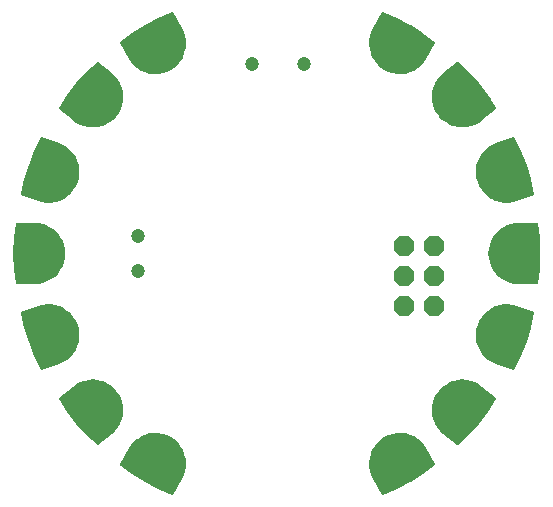
<source format=gbr>
G04 EAGLE Gerber RS-274X export*
G75*
%MOMM*%
%FSLAX34Y34*%
%LPD*%
%INSoldermask Bottom*%
%IPPOS*%
%AMOC8*
5,1,8,0,0,1.08239X$1,22.5*%
G01*
%ADD10C,1.203200*%
%ADD11C,2.743200*%
%ADD12P,1.869504X8X112.500000*%

G36*
X199436Y-98791D02*
X199436Y-98791D01*
X199460Y-98793D01*
X199545Y-98770D01*
X199632Y-98754D01*
X199653Y-98742D01*
X199677Y-98735D01*
X199749Y-98684D01*
X199825Y-98639D01*
X199840Y-98620D01*
X199860Y-98606D01*
X199944Y-98489D01*
X199965Y-98464D01*
X199966Y-98459D01*
X199970Y-98454D01*
X205862Y-87135D01*
X205870Y-87112D01*
X205886Y-87085D01*
X210769Y-75296D01*
X210774Y-75272D01*
X210788Y-75244D01*
X214625Y-63074D01*
X214628Y-63049D01*
X214639Y-63020D01*
X217401Y-50562D01*
X217402Y-50538D01*
X217410Y-50514D01*
X217407Y-50426D01*
X217410Y-50338D01*
X217403Y-50315D01*
X217402Y-50290D01*
X217368Y-50208D01*
X217341Y-50125D01*
X217326Y-50105D01*
X217316Y-50083D01*
X217256Y-50018D01*
X217201Y-49949D01*
X217180Y-49936D01*
X217164Y-49918D01*
X217037Y-49850D01*
X217009Y-49833D01*
X217004Y-49832D01*
X216999Y-49829D01*
X202678Y-44616D01*
X202658Y-44613D01*
X202635Y-44602D01*
X199150Y-43609D01*
X199112Y-43605D01*
X199061Y-43590D01*
X195470Y-43103D01*
X195432Y-43105D01*
X195380Y-43097D01*
X191756Y-43126D01*
X191718Y-43133D01*
X191666Y-43133D01*
X188083Y-43678D01*
X188047Y-43690D01*
X187994Y-43698D01*
X184525Y-44746D01*
X184491Y-44763D01*
X184441Y-44778D01*
X181156Y-46310D01*
X181125Y-46332D01*
X181077Y-46354D01*
X178044Y-48337D01*
X178017Y-48364D01*
X177972Y-48392D01*
X175252Y-50787D01*
X175229Y-50817D01*
X175189Y-50852D01*
X172837Y-53609D01*
X172818Y-53642D01*
X172784Y-53682D01*
X170849Y-56746D01*
X170834Y-56782D01*
X170806Y-56826D01*
X169327Y-60134D01*
X169318Y-60171D01*
X169296Y-60219D01*
X168302Y-63705D01*
X168299Y-63743D01*
X168284Y-63793D01*
X167797Y-67384D01*
X167798Y-67422D01*
X167791Y-67475D01*
X167820Y-71099D01*
X167827Y-71136D01*
X167827Y-71189D01*
X168371Y-74772D01*
X168382Y-74804D01*
X168383Y-74824D01*
X168387Y-74836D01*
X168391Y-74860D01*
X169439Y-78329D01*
X169457Y-78363D01*
X169472Y-78414D01*
X171003Y-81698D01*
X171025Y-81729D01*
X171047Y-81777D01*
X173031Y-84810D01*
X173057Y-84838D01*
X173085Y-84882D01*
X175480Y-87602D01*
X175510Y-87626D01*
X175545Y-87666D01*
X178302Y-90017D01*
X178335Y-90036D01*
X178375Y-90071D01*
X181440Y-92006D01*
X181475Y-92020D01*
X181519Y-92048D01*
X184828Y-93528D01*
X184847Y-93533D01*
X184870Y-93545D01*
X199191Y-98757D01*
X199215Y-98761D01*
X199237Y-98772D01*
X199324Y-98780D01*
X199412Y-98795D01*
X199436Y-98791D01*
G37*
G36*
X-191756Y43126D02*
X-191756Y43126D01*
X-191718Y43133D01*
X-191666Y43133D01*
X-188083Y43678D01*
X-188047Y43690D01*
X-187994Y43698D01*
X-184525Y44746D01*
X-184491Y44763D01*
X-184441Y44778D01*
X-181156Y46310D01*
X-181125Y46332D01*
X-181077Y46354D01*
X-178044Y48337D01*
X-178017Y48364D01*
X-177972Y48392D01*
X-175252Y50787D01*
X-175229Y50817D01*
X-175189Y50852D01*
X-172837Y53609D01*
X-172818Y53642D01*
X-172784Y53682D01*
X-170849Y56746D01*
X-170834Y56782D01*
X-170806Y56826D01*
X-169327Y60134D01*
X-169318Y60171D01*
X-169296Y60219D01*
X-168302Y63705D01*
X-168299Y63743D01*
X-168284Y63793D01*
X-167797Y67384D01*
X-167798Y67422D01*
X-167791Y67475D01*
X-167820Y71099D01*
X-167827Y71136D01*
X-167827Y71189D01*
X-168371Y74772D01*
X-168383Y74808D01*
X-168391Y74860D01*
X-169439Y78329D01*
X-169457Y78363D01*
X-169472Y78414D01*
X-171003Y81698D01*
X-171025Y81729D01*
X-171047Y81777D01*
X-173031Y84810D01*
X-173057Y84838D01*
X-173085Y84882D01*
X-175480Y87602D01*
X-175510Y87626D01*
X-175545Y87666D01*
X-178302Y90017D01*
X-178335Y90036D01*
X-178375Y90071D01*
X-181440Y92006D01*
X-181475Y92020D01*
X-181519Y92048D01*
X-184828Y93528D01*
X-184847Y93533D01*
X-184870Y93545D01*
X-199191Y98757D01*
X-199215Y98761D01*
X-199237Y98772D01*
X-199324Y98780D01*
X-199412Y98795D01*
X-199436Y98791D01*
X-199460Y98793D01*
X-199545Y98770D01*
X-199632Y98754D01*
X-199653Y98742D01*
X-199677Y98735D01*
X-199749Y98684D01*
X-199825Y98639D01*
X-199840Y98620D01*
X-199860Y98606D01*
X-199944Y98489D01*
X-199965Y98464D01*
X-199966Y98459D01*
X-199970Y98454D01*
X-205862Y87135D01*
X-205870Y87112D01*
X-205886Y87085D01*
X-210769Y75296D01*
X-210774Y75272D01*
X-210788Y75244D01*
X-214625Y63074D01*
X-214628Y63049D01*
X-214639Y63020D01*
X-217401Y50562D01*
X-217402Y50538D01*
X-217410Y50514D01*
X-217407Y50426D01*
X-217410Y50338D01*
X-217403Y50315D01*
X-217402Y50290D01*
X-217368Y50208D01*
X-217341Y50125D01*
X-217326Y50105D01*
X-217316Y50083D01*
X-217256Y50018D01*
X-217201Y49949D01*
X-217180Y49936D01*
X-217164Y49918D01*
X-217037Y49850D01*
X-217009Y49833D01*
X-217004Y49832D01*
X-216999Y49829D01*
X-202678Y44616D01*
X-202658Y44613D01*
X-202635Y44602D01*
X-199150Y43609D01*
X-199112Y43605D01*
X-199061Y43590D01*
X-195470Y43103D01*
X-195432Y43105D01*
X-195380Y43097D01*
X-191756Y43126D01*
G37*
G36*
X-199399Y-98791D02*
X-199399Y-98791D01*
X-199374Y-98795D01*
X-199233Y-98766D01*
X-199201Y-98761D01*
X-199197Y-98758D01*
X-199191Y-98757D01*
X-184870Y-93545D01*
X-184852Y-93535D01*
X-184828Y-93528D01*
X-181519Y-92048D01*
X-181488Y-92027D01*
X-181440Y-92006D01*
X-178375Y-90071D01*
X-178347Y-90045D01*
X-178302Y-90017D01*
X-175545Y-87666D01*
X-175521Y-87636D01*
X-175480Y-87602D01*
X-173085Y-84882D01*
X-173066Y-84850D01*
X-173031Y-84810D01*
X-171047Y-81777D01*
X-171032Y-81742D01*
X-171003Y-81698D01*
X-169472Y-78414D01*
X-169462Y-78377D01*
X-169439Y-78329D01*
X-168391Y-74860D01*
X-168386Y-74822D01*
X-168371Y-74772D01*
X-167827Y-71189D01*
X-167828Y-71151D01*
X-167820Y-71099D01*
X-167791Y-67475D01*
X-167797Y-67437D01*
X-167797Y-67384D01*
X-168284Y-63793D01*
X-168287Y-63783D01*
X-168287Y-63781D01*
X-168290Y-63774D01*
X-168296Y-63757D01*
X-168302Y-63705D01*
X-169296Y-60219D01*
X-169312Y-60185D01*
X-169327Y-60134D01*
X-170806Y-56826D01*
X-170827Y-56794D01*
X-170849Y-56746D01*
X-172784Y-53682D01*
X-172809Y-53654D01*
X-172837Y-53609D01*
X-175189Y-50852D01*
X-175218Y-50827D01*
X-175252Y-50787D01*
X-177972Y-48392D01*
X-178005Y-48372D01*
X-178044Y-48337D01*
X-181077Y-46354D01*
X-181113Y-46339D01*
X-181156Y-46310D01*
X-184441Y-44778D01*
X-184478Y-44769D01*
X-184525Y-44746D01*
X-186075Y-44278D01*
X-187994Y-43698D01*
X-188032Y-43693D01*
X-188083Y-43678D01*
X-191666Y-43133D01*
X-191704Y-43134D01*
X-191756Y-43126D01*
X-195380Y-43097D01*
X-195417Y-43104D01*
X-195470Y-43103D01*
X-199061Y-43590D01*
X-199098Y-43602D01*
X-199150Y-43609D01*
X-202635Y-44602D01*
X-202653Y-44611D01*
X-202678Y-44616D01*
X-216999Y-49829D01*
X-217020Y-49841D01*
X-217044Y-49847D01*
X-217116Y-49897D01*
X-217193Y-49942D01*
X-217209Y-49960D01*
X-217229Y-49974D01*
X-217279Y-50047D01*
X-217335Y-50115D01*
X-217343Y-50138D01*
X-217358Y-50158D01*
X-217380Y-50244D01*
X-217409Y-50327D01*
X-217408Y-50351D01*
X-217414Y-50375D01*
X-217404Y-50519D01*
X-217404Y-50551D01*
X-217402Y-50556D01*
X-217401Y-50562D01*
X-214639Y-63020D01*
X-214630Y-63043D01*
X-214625Y-63074D01*
X-210788Y-75244D01*
X-210777Y-75265D01*
X-210769Y-75296D01*
X-205886Y-87085D01*
X-205872Y-87106D01*
X-205862Y-87135D01*
X-199970Y-98454D01*
X-199955Y-98473D01*
X-199946Y-98496D01*
X-199887Y-98562D01*
X-199833Y-98632D01*
X-199812Y-98644D01*
X-199796Y-98663D01*
X-199717Y-98704D01*
X-199643Y-98750D01*
X-199619Y-98755D01*
X-199597Y-98766D01*
X-199509Y-98778D01*
X-199423Y-98795D01*
X-199399Y-98791D01*
G37*
G36*
X195417Y43104D02*
X195417Y43104D01*
X195470Y43103D01*
X199061Y43590D01*
X199098Y43602D01*
X199150Y43609D01*
X202635Y44602D01*
X202653Y44611D01*
X202678Y44616D01*
X216999Y49829D01*
X217020Y49841D01*
X217044Y49847D01*
X217116Y49897D01*
X217193Y49942D01*
X217209Y49960D01*
X217229Y49974D01*
X217279Y50047D01*
X217335Y50115D01*
X217343Y50138D01*
X217358Y50158D01*
X217380Y50244D01*
X217409Y50327D01*
X217408Y50351D01*
X217414Y50375D01*
X217404Y50519D01*
X217404Y50551D01*
X217402Y50556D01*
X217401Y50562D01*
X214639Y63020D01*
X214630Y63043D01*
X214625Y63074D01*
X210788Y75244D01*
X210777Y75265D01*
X210769Y75296D01*
X205886Y87085D01*
X205872Y87106D01*
X205862Y87135D01*
X199970Y98454D01*
X199955Y98473D01*
X199946Y98496D01*
X199887Y98562D01*
X199833Y98632D01*
X199812Y98644D01*
X199796Y98663D01*
X199717Y98704D01*
X199643Y98750D01*
X199619Y98755D01*
X199597Y98766D01*
X199509Y98778D01*
X199423Y98795D01*
X199399Y98791D01*
X199374Y98795D01*
X199233Y98766D01*
X199201Y98761D01*
X199197Y98758D01*
X199191Y98757D01*
X184870Y93545D01*
X184852Y93535D01*
X184828Y93528D01*
X181519Y92048D01*
X181488Y92027D01*
X181440Y92006D01*
X178375Y90071D01*
X178347Y90045D01*
X178302Y90017D01*
X175545Y87666D01*
X175521Y87636D01*
X175480Y87602D01*
X173085Y84882D01*
X173066Y84850D01*
X173031Y84810D01*
X171047Y81777D01*
X171032Y81742D01*
X171003Y81698D01*
X169472Y78414D01*
X169462Y78377D01*
X169439Y78329D01*
X168391Y74860D01*
X168386Y74822D01*
X168371Y74772D01*
X167827Y71189D01*
X167828Y71151D01*
X167820Y71099D01*
X167791Y67475D01*
X167797Y67437D01*
X167797Y67384D01*
X168284Y63793D01*
X168296Y63757D01*
X168302Y63705D01*
X169296Y60219D01*
X169312Y60185D01*
X169327Y60134D01*
X170806Y56826D01*
X170827Y56794D01*
X170849Y56746D01*
X172784Y53682D01*
X172809Y53654D01*
X172837Y53609D01*
X175189Y50852D01*
X175218Y50827D01*
X175252Y50787D01*
X177972Y48392D01*
X178005Y48372D01*
X178044Y48337D01*
X181077Y46354D01*
X181113Y46339D01*
X181156Y46310D01*
X184441Y44778D01*
X184478Y44769D01*
X184525Y44746D01*
X185691Y44394D01*
X187790Y43759D01*
X187994Y43698D01*
X188032Y43693D01*
X188083Y43678D01*
X191666Y43133D01*
X191704Y43134D01*
X191756Y43126D01*
X195380Y43097D01*
X195417Y43104D01*
G37*
G36*
X-156264Y106689D02*
X-156264Y106689D01*
X-156212Y106686D01*
X-152602Y107002D01*
X-152565Y107012D01*
X-152512Y107016D01*
X-148984Y107842D01*
X-148949Y107857D01*
X-148897Y107869D01*
X-145522Y109189D01*
X-145490Y109209D01*
X-145441Y109228D01*
X-142288Y111015D01*
X-142258Y111040D01*
X-142212Y111065D01*
X-139346Y113283D01*
X-139321Y113311D01*
X-139279Y113343D01*
X-136757Y115946D01*
X-136736Y115978D01*
X-136699Y116016D01*
X-134573Y118951D01*
X-134557Y118985D01*
X-134526Y119028D01*
X-132840Y122236D01*
X-132828Y122272D01*
X-132803Y122319D01*
X-131591Y125734D01*
X-131585Y125771D01*
X-131567Y125821D01*
X-130853Y129374D01*
X-130852Y129406D01*
X-130846Y129423D01*
X-130847Y129437D01*
X-130841Y129464D01*
X-130640Y133082D01*
X-130645Y133120D01*
X-130641Y133173D01*
X-130957Y136783D01*
X-130967Y136820D01*
X-130972Y136872D01*
X-131798Y140401D01*
X-131813Y140436D01*
X-131825Y140487D01*
X-133145Y143862D01*
X-133165Y143895D01*
X-133184Y143944D01*
X-134971Y147097D01*
X-134995Y147126D01*
X-135021Y147172D01*
X-137239Y150038D01*
X-137267Y150064D01*
X-137299Y150106D01*
X-139902Y152627D01*
X-139919Y152639D01*
X-139936Y152658D01*
X-151610Y162454D01*
X-151631Y162466D01*
X-151648Y162484D01*
X-151728Y162521D01*
X-151805Y162565D01*
X-151829Y162569D01*
X-151851Y162580D01*
X-151939Y162588D01*
X-152026Y162602D01*
X-152050Y162598D01*
X-152075Y162600D01*
X-152160Y162576D01*
X-152246Y162560D01*
X-152267Y162547D01*
X-152291Y162540D01*
X-152410Y162460D01*
X-152438Y162443D01*
X-152441Y162439D01*
X-152446Y162436D01*
X-161854Y153815D01*
X-161869Y153795D01*
X-161894Y153776D01*
X-170515Y144367D01*
X-170528Y144347D01*
X-170550Y144325D01*
X-178318Y134201D01*
X-178330Y134180D01*
X-178350Y134156D01*
X-185206Y123394D01*
X-185216Y123371D01*
X-185231Y123352D01*
X-185258Y123268D01*
X-185292Y123186D01*
X-185292Y123162D01*
X-185300Y123138D01*
X-185296Y123050D01*
X-185299Y122962D01*
X-185291Y122939D01*
X-185290Y122914D01*
X-185256Y122833D01*
X-185228Y122749D01*
X-185213Y122730D01*
X-185203Y122707D01*
X-185108Y122600D01*
X-185088Y122574D01*
X-185083Y122572D01*
X-185079Y122567D01*
X-173405Y112771D01*
X-173387Y112761D01*
X-173369Y112743D01*
X-170434Y110618D01*
X-170399Y110601D01*
X-170357Y110570D01*
X-167149Y108884D01*
X-167112Y108872D01*
X-167066Y108848D01*
X-163651Y107635D01*
X-163613Y107629D01*
X-163564Y107611D01*
X-160011Y106897D01*
X-159972Y106896D01*
X-159921Y106885D01*
X-156302Y106684D01*
X-156264Y106689D01*
G37*
G36*
X-152013Y-162598D02*
X-152013Y-162598D01*
X-151989Y-162602D01*
X-151903Y-162582D01*
X-151815Y-162569D01*
X-151794Y-162557D01*
X-151770Y-162552D01*
X-151647Y-162476D01*
X-151619Y-162461D01*
X-151615Y-162457D01*
X-151610Y-162454D01*
X-139936Y-152658D01*
X-139923Y-152642D01*
X-139902Y-152627D01*
X-137299Y-150106D01*
X-137277Y-150075D01*
X-137239Y-150038D01*
X-135021Y-147172D01*
X-135004Y-147138D01*
X-134971Y-147097D01*
X-133184Y-143944D01*
X-133171Y-143908D01*
X-133145Y-143862D01*
X-131825Y-140487D01*
X-131818Y-140450D01*
X-131798Y-140401D01*
X-130972Y-136872D01*
X-130970Y-136834D01*
X-130957Y-136783D01*
X-130641Y-133173D01*
X-130645Y-133135D01*
X-130640Y-133082D01*
X-130841Y-129464D01*
X-130850Y-129427D01*
X-130853Y-129374D01*
X-131567Y-125821D01*
X-131581Y-125785D01*
X-131591Y-125734D01*
X-132803Y-122319D01*
X-132822Y-122285D01*
X-132840Y-122236D01*
X-134526Y-119028D01*
X-134549Y-118998D01*
X-134573Y-118951D01*
X-136699Y-116016D01*
X-136726Y-115989D01*
X-136757Y-115946D01*
X-139279Y-113343D01*
X-139310Y-113321D01*
X-139346Y-113283D01*
X-142212Y-111065D01*
X-142246Y-111048D01*
X-142288Y-111015D01*
X-145441Y-109228D01*
X-145477Y-109216D01*
X-145522Y-109189D01*
X-148897Y-107869D01*
X-148935Y-107862D01*
X-148984Y-107842D01*
X-152512Y-107016D01*
X-152550Y-107014D01*
X-152602Y-107002D01*
X-156212Y-106686D01*
X-156250Y-106689D01*
X-156302Y-106684D01*
X-159921Y-106885D01*
X-159958Y-106894D01*
X-160011Y-106897D01*
X-163564Y-107611D01*
X-163599Y-107625D01*
X-163651Y-107635D01*
X-167066Y-108848D01*
X-167099Y-108866D01*
X-167149Y-108884D01*
X-170357Y-110570D01*
X-170387Y-110593D01*
X-170434Y-110618D01*
X-173369Y-112743D01*
X-173383Y-112758D01*
X-173405Y-112771D01*
X-185079Y-122567D01*
X-185095Y-122586D01*
X-185115Y-122600D01*
X-185166Y-122671D01*
X-185223Y-122739D01*
X-185231Y-122762D01*
X-185245Y-122782D01*
X-185268Y-122868D01*
X-185297Y-122951D01*
X-185297Y-122975D01*
X-185303Y-122999D01*
X-185295Y-123087D01*
X-185294Y-123175D01*
X-185285Y-123198D01*
X-185283Y-123222D01*
X-185224Y-123353D01*
X-185212Y-123384D01*
X-185209Y-123388D01*
X-185206Y-123394D01*
X-178350Y-134156D01*
X-178333Y-134174D01*
X-178318Y-134201D01*
X-170550Y-144325D01*
X-170532Y-144341D01*
X-170515Y-144367D01*
X-161894Y-153776D01*
X-161874Y-153790D01*
X-161854Y-153815D01*
X-152446Y-162436D01*
X-152426Y-162449D01*
X-152409Y-162467D01*
X-152331Y-162508D01*
X-152257Y-162556D01*
X-152233Y-162561D01*
X-152211Y-162572D01*
X-152124Y-162584D01*
X-152037Y-162602D01*
X-152013Y-162598D01*
G37*
G36*
X152050Y-162598D02*
X152050Y-162598D01*
X152075Y-162600D01*
X152160Y-162576D01*
X152246Y-162560D01*
X152267Y-162547D01*
X152291Y-162540D01*
X152410Y-162460D01*
X152438Y-162443D01*
X152441Y-162439D01*
X152446Y-162436D01*
X161854Y-153815D01*
X161869Y-153795D01*
X161894Y-153776D01*
X170515Y-144367D01*
X170528Y-144347D01*
X170550Y-144325D01*
X178318Y-134201D01*
X178330Y-134180D01*
X178350Y-134156D01*
X185206Y-123394D01*
X185216Y-123371D01*
X185231Y-123352D01*
X185258Y-123268D01*
X185292Y-123186D01*
X185292Y-123162D01*
X185300Y-123138D01*
X185296Y-123050D01*
X185299Y-122962D01*
X185291Y-122939D01*
X185290Y-122914D01*
X185256Y-122833D01*
X185228Y-122749D01*
X185213Y-122730D01*
X185203Y-122707D01*
X185108Y-122600D01*
X185088Y-122574D01*
X185083Y-122572D01*
X185079Y-122567D01*
X173405Y-112771D01*
X173387Y-112761D01*
X173369Y-112743D01*
X170434Y-110618D01*
X170399Y-110601D01*
X170357Y-110570D01*
X167149Y-108884D01*
X167112Y-108872D01*
X167066Y-108848D01*
X163651Y-107635D01*
X163613Y-107629D01*
X163564Y-107611D01*
X160011Y-106897D01*
X159972Y-106896D01*
X159921Y-106885D01*
X156302Y-106684D01*
X156264Y-106689D01*
X156212Y-106686D01*
X152602Y-107002D01*
X152565Y-107012D01*
X152512Y-107016D01*
X148984Y-107842D01*
X148949Y-107857D01*
X148897Y-107869D01*
X145522Y-109189D01*
X145490Y-109209D01*
X145441Y-109228D01*
X142288Y-111015D01*
X142258Y-111040D01*
X142212Y-111065D01*
X139346Y-113283D01*
X139321Y-113311D01*
X139279Y-113343D01*
X136757Y-115946D01*
X136736Y-115978D01*
X136699Y-116016D01*
X134573Y-118951D01*
X134557Y-118985D01*
X134526Y-119028D01*
X132840Y-122236D01*
X132828Y-122272D01*
X132803Y-122319D01*
X131591Y-125734D01*
X131585Y-125771D01*
X131567Y-125821D01*
X130853Y-129374D01*
X130852Y-129412D01*
X130841Y-129464D01*
X130640Y-133082D01*
X130645Y-133120D01*
X130641Y-133173D01*
X130957Y-136783D01*
X130967Y-136820D01*
X130972Y-136872D01*
X131798Y-140401D01*
X131813Y-140436D01*
X131825Y-140487D01*
X133145Y-143862D01*
X133165Y-143895D01*
X133184Y-143944D01*
X134971Y-147097D01*
X134995Y-147126D01*
X135021Y-147172D01*
X137239Y-150038D01*
X137267Y-150064D01*
X137299Y-150106D01*
X139902Y-152627D01*
X139919Y-152639D01*
X139936Y-152658D01*
X151610Y-162454D01*
X151631Y-162466D01*
X151648Y-162484D01*
X151728Y-162521D01*
X151805Y-162565D01*
X151829Y-162569D01*
X151851Y-162580D01*
X151939Y-162588D01*
X152026Y-162602D01*
X152050Y-162598D01*
G37*
G36*
X159921Y106885D02*
X159921Y106885D01*
X159958Y106894D01*
X160011Y106897D01*
X163564Y107611D01*
X163599Y107625D01*
X163651Y107635D01*
X167066Y108848D01*
X167099Y108866D01*
X167149Y108884D01*
X170357Y110570D01*
X170387Y110593D01*
X170434Y110618D01*
X173369Y112743D01*
X173383Y112758D01*
X173405Y112771D01*
X185079Y122567D01*
X185095Y122586D01*
X185115Y122600D01*
X185166Y122671D01*
X185223Y122739D01*
X185231Y122762D01*
X185245Y122782D01*
X185268Y122868D01*
X185297Y122951D01*
X185297Y122975D01*
X185303Y122999D01*
X185295Y123087D01*
X185294Y123175D01*
X185285Y123198D01*
X185283Y123222D01*
X185224Y123353D01*
X185212Y123384D01*
X185209Y123388D01*
X185206Y123394D01*
X185131Y123512D01*
X184727Y124146D01*
X184727Y124147D01*
X184323Y124781D01*
X183919Y125415D01*
X183515Y126049D01*
X183111Y126683D01*
X183111Y126684D01*
X183110Y126684D01*
X182706Y127318D01*
X182302Y127952D01*
X181898Y128586D01*
X181494Y129220D01*
X181494Y129221D01*
X181090Y129855D01*
X180686Y130489D01*
X178350Y134156D01*
X178333Y134174D01*
X178318Y134201D01*
X170550Y144325D01*
X170532Y144341D01*
X170515Y144367D01*
X161894Y153776D01*
X161874Y153790D01*
X161854Y153815D01*
X152446Y162436D01*
X152426Y162449D01*
X152409Y162467D01*
X152331Y162508D01*
X152257Y162556D01*
X152233Y162561D01*
X152211Y162572D01*
X152124Y162584D01*
X152037Y162602D01*
X152013Y162598D01*
X151989Y162602D01*
X151903Y162582D01*
X151815Y162569D01*
X151794Y162557D01*
X151770Y162552D01*
X151647Y162476D01*
X151619Y162461D01*
X151615Y162457D01*
X151610Y162454D01*
X139936Y152658D01*
X139923Y152642D01*
X139902Y152627D01*
X137299Y150106D01*
X137277Y150075D01*
X137239Y150038D01*
X135021Y147172D01*
X135004Y147138D01*
X134971Y147097D01*
X133184Y143944D01*
X133171Y143908D01*
X133145Y143862D01*
X131825Y140487D01*
X131818Y140450D01*
X131798Y140401D01*
X130972Y136872D01*
X130970Y136834D01*
X130957Y136783D01*
X130641Y133173D01*
X130645Y133135D01*
X130640Y133082D01*
X130841Y129464D01*
X130850Y129427D01*
X130853Y129374D01*
X131567Y125821D01*
X131581Y125785D01*
X131591Y125734D01*
X132803Y122319D01*
X132822Y122285D01*
X132840Y122236D01*
X134526Y119028D01*
X134549Y118998D01*
X134573Y118951D01*
X136699Y116016D01*
X136726Y115989D01*
X136757Y115946D01*
X139279Y113343D01*
X139310Y113321D01*
X139346Y113283D01*
X142212Y111065D01*
X142246Y111048D01*
X142288Y111015D01*
X145441Y109228D01*
X145477Y109216D01*
X145522Y109189D01*
X148897Y107869D01*
X148935Y107862D01*
X148984Y107842D01*
X152512Y107016D01*
X152550Y107014D01*
X152602Y107002D01*
X156212Y106686D01*
X156250Y106689D01*
X156302Y106684D01*
X159921Y106885D01*
G37*
G36*
X89164Y-204407D02*
X89164Y-204407D01*
X89189Y-204409D01*
X89329Y-204374D01*
X89360Y-204367D01*
X89365Y-204365D01*
X89371Y-204363D01*
X101160Y-199480D01*
X101181Y-199467D01*
X101210Y-199456D01*
X112529Y-193564D01*
X112548Y-193549D01*
X112577Y-193537D01*
X123339Y-186680D01*
X123357Y-186664D01*
X123384Y-186649D01*
X133508Y-178880D01*
X133525Y-178862D01*
X133545Y-178849D01*
X133600Y-178780D01*
X133659Y-178714D01*
X133668Y-178692D01*
X133683Y-178672D01*
X133710Y-178589D01*
X133743Y-178506D01*
X133744Y-178482D01*
X133751Y-178459D01*
X133747Y-178370D01*
X133749Y-178282D01*
X133741Y-178259D01*
X133740Y-178234D01*
X133687Y-178101D01*
X133677Y-178070D01*
X133674Y-178066D01*
X133671Y-178060D01*
X126051Y-164862D01*
X126038Y-164846D01*
X126027Y-164823D01*
X123996Y-161822D01*
X123969Y-161795D01*
X123940Y-161751D01*
X121502Y-159070D01*
X121472Y-159046D01*
X121437Y-159007D01*
X118642Y-156700D01*
X118609Y-156681D01*
X118569Y-156647D01*
X115474Y-154761D01*
X115438Y-154747D01*
X115394Y-154720D01*
X112062Y-153293D01*
X112025Y-153284D01*
X111977Y-153263D01*
X108476Y-152325D01*
X108438Y-152322D01*
X108387Y-152308D01*
X104789Y-151878D01*
X104751Y-151880D01*
X104698Y-151874D01*
X101075Y-151960D01*
X101038Y-151968D01*
X100985Y-151969D01*
X97412Y-152569D01*
X97376Y-152582D01*
X97324Y-152591D01*
X93872Y-153694D01*
X93845Y-153708D01*
X93829Y-153711D01*
X93815Y-153719D01*
X93788Y-153728D01*
X90528Y-155311D01*
X90497Y-155334D01*
X90450Y-155357D01*
X87448Y-157388D01*
X87421Y-157415D01*
X87377Y-157444D01*
X84696Y-159882D01*
X84672Y-159912D01*
X84633Y-159947D01*
X82326Y-162742D01*
X82307Y-162775D01*
X82273Y-162815D01*
X80387Y-165910D01*
X80373Y-165945D01*
X80346Y-165990D01*
X78919Y-169322D01*
X78910Y-169359D01*
X78889Y-169407D01*
X77951Y-172908D01*
X77948Y-172946D01*
X77934Y-172997D01*
X77504Y-176595D01*
X77506Y-176633D01*
X77500Y-176685D01*
X77586Y-180308D01*
X77594Y-180346D01*
X77595Y-180399D01*
X78196Y-183972D01*
X78208Y-184008D01*
X78217Y-184060D01*
X79320Y-187512D01*
X79338Y-187546D01*
X79354Y-187596D01*
X80937Y-190856D01*
X80949Y-190872D01*
X80959Y-190896D01*
X88579Y-204094D01*
X88594Y-204113D01*
X88604Y-204135D01*
X88666Y-204198D01*
X88723Y-204266D01*
X88745Y-204278D01*
X88762Y-204295D01*
X88842Y-204333D01*
X88919Y-204376D01*
X88943Y-204380D01*
X88965Y-204390D01*
X89053Y-204397D01*
X89140Y-204411D01*
X89164Y-204407D01*
G37*
G36*
X-205720Y-26031D02*
X-205720Y-26031D01*
X-205695Y-26033D01*
X-202080Y-25774D01*
X-202043Y-25765D01*
X-201990Y-25761D01*
X-198449Y-24991D01*
X-198414Y-24976D01*
X-198362Y-24965D01*
X-194967Y-23699D01*
X-194934Y-23679D01*
X-194885Y-23661D01*
X-191704Y-21925D01*
X-191674Y-21901D01*
X-191628Y-21876D01*
X-188726Y-19704D01*
X-188700Y-19676D01*
X-188658Y-19645D01*
X-186096Y-17082D01*
X-186074Y-17051D01*
X-186036Y-17014D01*
X-183864Y-14112D01*
X-183847Y-14078D01*
X-183816Y-14036D01*
X-182079Y-10856D01*
X-182067Y-10819D01*
X-182041Y-10773D01*
X-180775Y-7378D01*
X-180768Y-7340D01*
X-180749Y-7291D01*
X-179979Y-3750D01*
X-179977Y-3712D01*
X-179966Y-3660D01*
X-179707Y-45D01*
X-179711Y-7D01*
X-179707Y45D01*
X-179966Y3660D01*
X-179975Y3697D01*
X-179979Y3750D01*
X-180749Y7291D01*
X-180764Y7326D01*
X-180775Y7378D01*
X-182041Y10773D01*
X-182061Y10806D01*
X-182079Y10856D01*
X-183816Y14036D01*
X-183839Y14066D01*
X-183864Y14112D01*
X-186036Y17014D01*
X-186064Y17040D01*
X-186096Y17082D01*
X-188658Y19645D01*
X-188689Y19666D01*
X-188726Y19704D01*
X-191628Y21876D01*
X-191662Y21893D01*
X-191704Y21925D01*
X-194885Y23661D01*
X-194921Y23673D01*
X-194967Y23699D01*
X-198362Y24965D01*
X-198400Y24972D01*
X-198449Y24991D01*
X-201990Y25761D01*
X-202028Y25763D01*
X-202080Y25774D01*
X-205695Y26033D01*
X-205715Y26031D01*
X-205740Y26034D01*
X-220980Y26034D01*
X-221004Y26030D01*
X-221028Y26032D01*
X-221114Y26010D01*
X-221201Y25995D01*
X-221222Y25982D01*
X-221246Y25976D01*
X-221318Y25925D01*
X-221394Y25880D01*
X-221409Y25862D01*
X-221430Y25847D01*
X-221480Y25775D01*
X-221535Y25706D01*
X-221543Y25683D01*
X-221557Y25663D01*
X-221597Y25525D01*
X-221607Y25494D01*
X-221607Y25489D01*
X-221609Y25483D01*
X-223274Y12831D01*
X-223273Y12807D01*
X-223279Y12776D01*
X-223836Y28D01*
X-223833Y3D01*
X-223836Y-28D01*
X-223279Y-12776D01*
X-223274Y-12800D01*
X-223274Y-12831D01*
X-221609Y-25483D01*
X-221601Y-25506D01*
X-221601Y-25531D01*
X-221568Y-25612D01*
X-221541Y-25697D01*
X-221526Y-25716D01*
X-221516Y-25738D01*
X-221457Y-25804D01*
X-221402Y-25873D01*
X-221382Y-25886D01*
X-221365Y-25904D01*
X-221286Y-25944D01*
X-221211Y-25991D01*
X-221187Y-25995D01*
X-221165Y-26007D01*
X-221023Y-26028D01*
X-220991Y-26034D01*
X-220986Y-26033D01*
X-220980Y-26034D01*
X-205740Y-26034D01*
X-205720Y-26031D01*
G37*
G36*
X219734Y-26030D02*
X219734Y-26030D01*
X219758Y-26032D01*
X219844Y-26010D01*
X219931Y-25995D01*
X219952Y-25982D01*
X219976Y-25976D01*
X220048Y-25925D01*
X220124Y-25880D01*
X220139Y-25862D01*
X220160Y-25847D01*
X220210Y-25775D01*
X220265Y-25706D01*
X220273Y-25683D01*
X220287Y-25663D01*
X220327Y-25525D01*
X220337Y-25494D01*
X220337Y-25489D01*
X220339Y-25483D01*
X222004Y-12831D01*
X222003Y-12811D01*
X222004Y-12809D01*
X222004Y-12803D01*
X222009Y-12776D01*
X222566Y-28D01*
X222563Y-3D01*
X222566Y28D01*
X222009Y12776D01*
X222004Y12800D01*
X222004Y12831D01*
X220339Y25483D01*
X220331Y25506D01*
X220331Y25531D01*
X220298Y25612D01*
X220271Y25697D01*
X220256Y25716D01*
X220246Y25738D01*
X220187Y25804D01*
X220132Y25873D01*
X220112Y25886D01*
X220095Y25904D01*
X220016Y25944D01*
X219941Y25991D01*
X219917Y25995D01*
X219895Y26007D01*
X219753Y26028D01*
X219721Y26034D01*
X219716Y26033D01*
X219710Y26034D01*
X204470Y26034D01*
X204450Y26031D01*
X204425Y26033D01*
X200810Y25774D01*
X200773Y25765D01*
X200720Y25761D01*
X197179Y24991D01*
X197144Y24976D01*
X197092Y24965D01*
X194589Y24032D01*
X193697Y23699D01*
X193664Y23679D01*
X193615Y23661D01*
X190434Y21925D01*
X190404Y21901D01*
X190358Y21876D01*
X187456Y19704D01*
X187430Y19676D01*
X187388Y19645D01*
X184826Y17082D01*
X184804Y17051D01*
X184766Y17014D01*
X182594Y14112D01*
X182577Y14078D01*
X182546Y14036D01*
X180809Y10856D01*
X180797Y10819D01*
X180771Y10773D01*
X179505Y7378D01*
X179498Y7340D01*
X179479Y7291D01*
X178709Y3750D01*
X178707Y3712D01*
X178696Y3660D01*
X178437Y45D01*
X178441Y7D01*
X178437Y-45D01*
X178696Y-3660D01*
X178705Y-3697D01*
X178709Y-3750D01*
X179479Y-7291D01*
X179494Y-7326D01*
X179505Y-7378D01*
X180771Y-10773D01*
X180791Y-10806D01*
X180809Y-10856D01*
X182546Y-14036D01*
X182569Y-14066D01*
X182594Y-14112D01*
X184766Y-17014D01*
X184794Y-17040D01*
X184826Y-17082D01*
X187388Y-19645D01*
X187419Y-19666D01*
X187456Y-19704D01*
X190358Y-21876D01*
X190392Y-21893D01*
X190434Y-21925D01*
X193615Y-23661D01*
X193651Y-23673D01*
X193697Y-23699D01*
X197092Y-24965D01*
X197130Y-24972D01*
X197179Y-24991D01*
X200720Y-25761D01*
X200758Y-25763D01*
X200810Y-25774D01*
X204425Y-26033D01*
X204445Y-26031D01*
X204470Y-26034D01*
X219710Y-26034D01*
X219734Y-26030D01*
G37*
G36*
X-101075Y151960D02*
X-101075Y151960D01*
X-101038Y151968D01*
X-100985Y151969D01*
X-97412Y152569D01*
X-97376Y152582D01*
X-97324Y152591D01*
X-93872Y153694D01*
X-93838Y153712D01*
X-93788Y153728D01*
X-90528Y155311D01*
X-90497Y155334D01*
X-90450Y155357D01*
X-87448Y157388D01*
X-87421Y157415D01*
X-87377Y157444D01*
X-84696Y159882D01*
X-84672Y159912D01*
X-84633Y159947D01*
X-82326Y162742D01*
X-82307Y162775D01*
X-82273Y162815D01*
X-80387Y165910D01*
X-80373Y165945D01*
X-80346Y165990D01*
X-78919Y169322D01*
X-78910Y169359D01*
X-78889Y169407D01*
X-77951Y172908D01*
X-77948Y172946D01*
X-77934Y172997D01*
X-77504Y176595D01*
X-77506Y176633D01*
X-77500Y176685D01*
X-77586Y180308D01*
X-77594Y180346D01*
X-77595Y180399D01*
X-78196Y183972D01*
X-78208Y184008D01*
X-78217Y184060D01*
X-79320Y187512D01*
X-79338Y187546D01*
X-79354Y187596D01*
X-80937Y190856D01*
X-80949Y190872D01*
X-80959Y190896D01*
X-88579Y204094D01*
X-88594Y204113D01*
X-88604Y204135D01*
X-88666Y204198D01*
X-88723Y204266D01*
X-88745Y204278D01*
X-88762Y204295D01*
X-88842Y204333D01*
X-88919Y204376D01*
X-88943Y204380D01*
X-88965Y204390D01*
X-89053Y204397D01*
X-89140Y204411D01*
X-89164Y204407D01*
X-89189Y204409D01*
X-89329Y204374D01*
X-89360Y204367D01*
X-89365Y204365D01*
X-89371Y204363D01*
X-101160Y199480D01*
X-101181Y199467D01*
X-101210Y199456D01*
X-112529Y193564D01*
X-112548Y193549D01*
X-112577Y193537D01*
X-123339Y186680D01*
X-123357Y186664D01*
X-123384Y186649D01*
X-133508Y178880D01*
X-133525Y178862D01*
X-133545Y178849D01*
X-133600Y178780D01*
X-133659Y178714D01*
X-133668Y178692D01*
X-133683Y178672D01*
X-133710Y178589D01*
X-133743Y178506D01*
X-133744Y178482D01*
X-133751Y178459D01*
X-133747Y178370D01*
X-133749Y178282D01*
X-133741Y178259D01*
X-133740Y178234D01*
X-133687Y178101D01*
X-133677Y178070D01*
X-133674Y178066D01*
X-133671Y178060D01*
X-126051Y164862D01*
X-126048Y164858D01*
X-126046Y164854D01*
X-126037Y164844D01*
X-126027Y164823D01*
X-123996Y161822D01*
X-123969Y161795D01*
X-123940Y161751D01*
X-121502Y159070D01*
X-121472Y159046D01*
X-121437Y159007D01*
X-118642Y156700D01*
X-118609Y156681D01*
X-118569Y156647D01*
X-115474Y154761D01*
X-115438Y154747D01*
X-115394Y154720D01*
X-112062Y153293D01*
X-112025Y153284D01*
X-111977Y153263D01*
X-108476Y152325D01*
X-108438Y152322D01*
X-108387Y152308D01*
X-104789Y151878D01*
X-104751Y151880D01*
X-104698Y151874D01*
X-101075Y151960D01*
G37*
G36*
X104736Y151880D02*
X104736Y151880D01*
X104789Y151878D01*
X108387Y152308D01*
X108424Y152319D01*
X108476Y152325D01*
X111977Y153263D01*
X112011Y153280D01*
X112062Y153293D01*
X115394Y154720D01*
X115425Y154740D01*
X115474Y154761D01*
X118569Y156647D01*
X118597Y156672D01*
X118642Y156700D01*
X121437Y159007D01*
X121462Y159036D01*
X121502Y159070D01*
X123940Y161751D01*
X123960Y161783D01*
X123996Y161822D01*
X126027Y164823D01*
X126035Y164842D01*
X126051Y164862D01*
X133671Y178060D01*
X133680Y178083D01*
X133694Y178103D01*
X133717Y178188D01*
X133747Y178271D01*
X133747Y178296D01*
X133754Y178319D01*
X133746Y178407D01*
X133745Y178496D01*
X133736Y178518D01*
X133734Y178543D01*
X133697Y178623D01*
X133665Y178705D01*
X133649Y178723D01*
X133638Y178746D01*
X133539Y178849D01*
X133517Y178874D01*
X133512Y178876D01*
X133508Y178880D01*
X133331Y179016D01*
X132505Y179650D01*
X131678Y180284D01*
X131678Y180285D01*
X130852Y180919D01*
X130025Y181553D01*
X129199Y182187D01*
X129198Y182187D01*
X128372Y182821D01*
X128372Y182822D01*
X127545Y183456D01*
X126719Y184090D01*
X125892Y184724D01*
X125066Y185358D01*
X125066Y185359D01*
X124239Y185993D01*
X123413Y186627D01*
X123412Y186627D01*
X123384Y186649D01*
X123363Y186660D01*
X123339Y186680D01*
X112577Y193537D01*
X112554Y193546D01*
X112529Y193564D01*
X101210Y199456D01*
X101187Y199464D01*
X101160Y199480D01*
X89371Y204363D01*
X89347Y204368D01*
X89325Y204380D01*
X89238Y204392D01*
X89151Y204411D01*
X89127Y204408D01*
X89103Y204411D01*
X89017Y204392D01*
X88929Y204380D01*
X88908Y204368D01*
X88884Y204363D01*
X88810Y204315D01*
X88732Y204273D01*
X88716Y204254D01*
X88695Y204241D01*
X88606Y204129D01*
X88584Y204104D01*
X88583Y204099D01*
X88579Y204094D01*
X80959Y190896D01*
X80952Y190878D01*
X80945Y190869D01*
X80943Y190864D01*
X80937Y190856D01*
X79354Y187596D01*
X79344Y187560D01*
X79320Y187512D01*
X78217Y184060D01*
X78212Y184023D01*
X78196Y183972D01*
X77595Y180399D01*
X77595Y180360D01*
X77586Y180308D01*
X77500Y176685D01*
X77506Y176648D01*
X77504Y176595D01*
X77934Y172997D01*
X77945Y172960D01*
X77951Y172908D01*
X78889Y169407D01*
X78906Y169373D01*
X78919Y169322D01*
X80346Y165990D01*
X80367Y165958D01*
X80387Y165910D01*
X82273Y162815D01*
X82298Y162787D01*
X82326Y162742D01*
X84633Y159947D01*
X84662Y159922D01*
X84696Y159882D01*
X87377Y157444D01*
X87409Y157424D01*
X87448Y157388D01*
X90450Y155357D01*
X90484Y155341D01*
X90528Y155311D01*
X93788Y153728D01*
X93824Y153718D01*
X93872Y153694D01*
X97324Y152591D01*
X97361Y152586D01*
X97412Y152569D01*
X100985Y151969D01*
X101024Y151969D01*
X101075Y151960D01*
X104698Y151874D01*
X104736Y151880D01*
G37*
G36*
X-89127Y-204408D02*
X-89127Y-204408D01*
X-89103Y-204411D01*
X-89017Y-204392D01*
X-88929Y-204380D01*
X-88908Y-204368D01*
X-88884Y-204363D01*
X-88810Y-204315D01*
X-88732Y-204273D01*
X-88716Y-204254D01*
X-88695Y-204241D01*
X-88606Y-204129D01*
X-88584Y-204104D01*
X-88583Y-204099D01*
X-88579Y-204094D01*
X-80959Y-190896D01*
X-80952Y-190877D01*
X-80937Y-190856D01*
X-79354Y-187596D01*
X-79344Y-187560D01*
X-79320Y-187512D01*
X-78217Y-184060D01*
X-78212Y-184023D01*
X-78196Y-183972D01*
X-77595Y-180399D01*
X-77595Y-180360D01*
X-77586Y-180308D01*
X-77500Y-176685D01*
X-77506Y-176648D01*
X-77504Y-176595D01*
X-77934Y-172997D01*
X-77945Y-172960D01*
X-77951Y-172908D01*
X-78889Y-169407D01*
X-78906Y-169373D01*
X-78919Y-169322D01*
X-80346Y-165990D01*
X-80367Y-165958D01*
X-80387Y-165910D01*
X-82273Y-162815D01*
X-82298Y-162787D01*
X-82326Y-162742D01*
X-84633Y-159947D01*
X-84662Y-159922D01*
X-84696Y-159882D01*
X-87377Y-157444D01*
X-87409Y-157424D01*
X-87448Y-157388D01*
X-90450Y-155357D01*
X-90484Y-155341D01*
X-90528Y-155311D01*
X-93788Y-153728D01*
X-93824Y-153718D01*
X-93872Y-153694D01*
X-97324Y-152591D01*
X-97361Y-152586D01*
X-97412Y-152569D01*
X-100985Y-151969D01*
X-101024Y-151969D01*
X-101075Y-151960D01*
X-104698Y-151874D01*
X-104736Y-151880D01*
X-104789Y-151878D01*
X-108387Y-152308D01*
X-108424Y-152319D01*
X-108476Y-152325D01*
X-111977Y-153263D01*
X-112011Y-153280D01*
X-112062Y-153293D01*
X-115394Y-154720D01*
X-115425Y-154740D01*
X-115474Y-154761D01*
X-118569Y-156647D01*
X-118597Y-156672D01*
X-118642Y-156700D01*
X-121437Y-159007D01*
X-121462Y-159036D01*
X-121502Y-159070D01*
X-123940Y-161751D01*
X-123960Y-161783D01*
X-123996Y-161822D01*
X-126027Y-164823D01*
X-126035Y-164842D01*
X-126051Y-164862D01*
X-133671Y-178060D01*
X-133680Y-178083D01*
X-133694Y-178103D01*
X-133717Y-178188D01*
X-133747Y-178271D01*
X-133747Y-178296D01*
X-133754Y-178319D01*
X-133746Y-178407D01*
X-133745Y-178496D01*
X-133736Y-178518D01*
X-133734Y-178543D01*
X-133697Y-178623D01*
X-133665Y-178705D01*
X-133649Y-178723D01*
X-133638Y-178746D01*
X-133539Y-178849D01*
X-133517Y-178874D01*
X-133512Y-178876D01*
X-133508Y-178880D01*
X-133468Y-178911D01*
X-132641Y-179545D01*
X-132641Y-179546D01*
X-131815Y-180180D01*
X-130988Y-180814D01*
X-130162Y-181448D01*
X-129335Y-182082D01*
X-129335Y-182083D01*
X-128509Y-182717D01*
X-128508Y-182717D01*
X-127682Y-183351D01*
X-126855Y-183985D01*
X-126029Y-184619D01*
X-126029Y-184620D01*
X-125202Y-185254D01*
X-124376Y-185888D01*
X-123549Y-186522D01*
X-123384Y-186649D01*
X-123363Y-186660D01*
X-123339Y-186680D01*
X-112577Y-193537D01*
X-112554Y-193546D01*
X-112529Y-193564D01*
X-101210Y-199456D01*
X-101187Y-199464D01*
X-101160Y-199480D01*
X-89371Y-204363D01*
X-89347Y-204368D01*
X-89325Y-204380D01*
X-89238Y-204392D01*
X-89151Y-204411D01*
X-89127Y-204408D01*
G37*
D10*
X22000Y160180D03*
X-22000Y160180D03*
D11*
X99060Y170180D03*
X99060Y-170180D03*
X-149860Y127000D03*
X-149860Y-127000D03*
X-185420Y-66040D03*
X-185420Y66040D03*
X149860Y127000D03*
X185420Y66040D03*
X185420Y-66040D03*
X149860Y-127000D03*
X-99060Y170180D03*
X-99060Y-170180D03*
X-196850Y0D03*
X195580Y0D03*
D12*
X132080Y-44450D03*
X106680Y-44450D03*
X132080Y-19050D03*
X106680Y-19050D03*
X132080Y6350D03*
X106680Y6350D03*
D10*
X-118110Y15000D03*
X-118110Y-15000D03*
M02*

</source>
